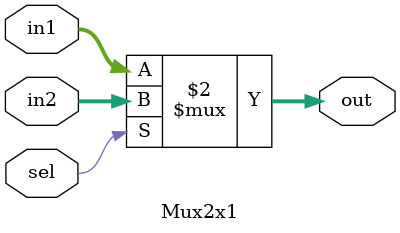
<source format=v>
module Mux2x1
(
    input sel,
    input [63:0] in1,
    input [63:0] in2,
    output reg [63:0] out
);

always @(*) out = sel ? in2 : in1;

endmodule
</source>
